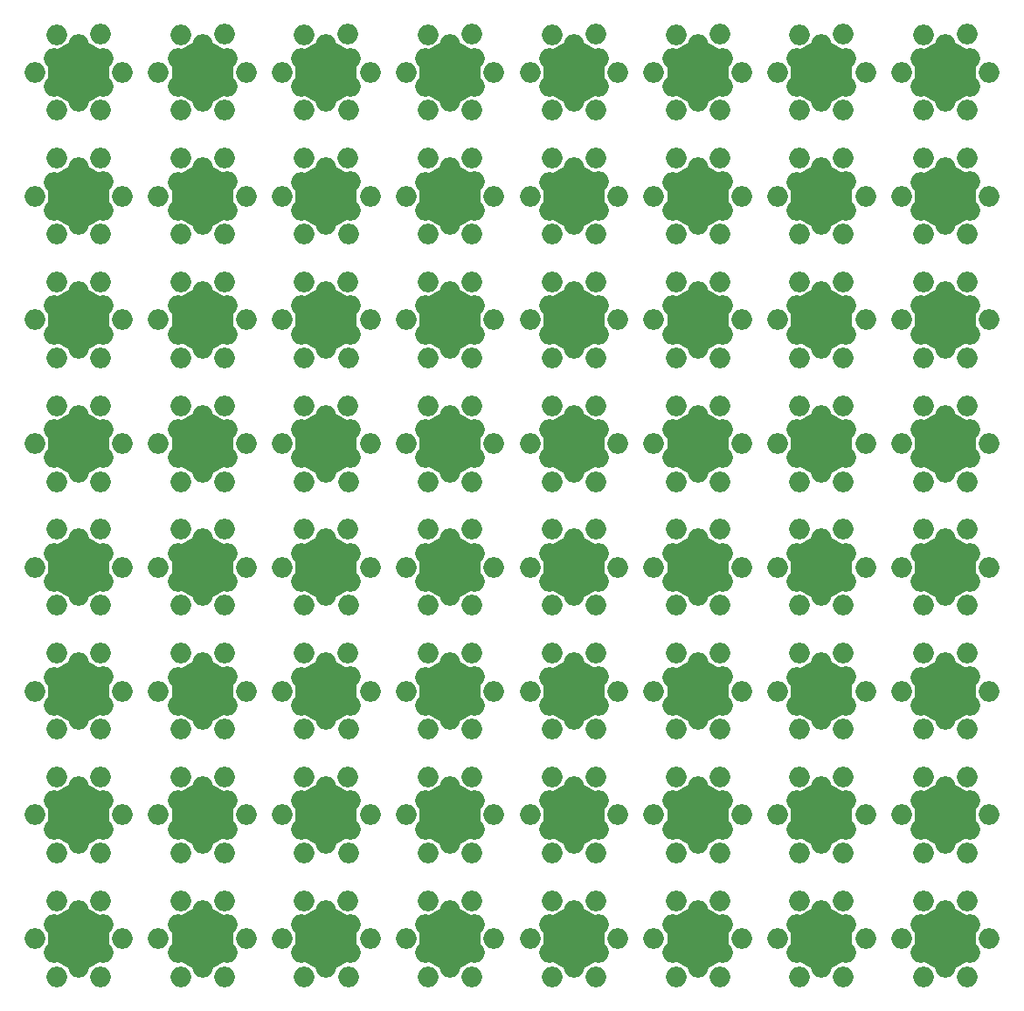
<source format=gbr>
%TF.GenerationSoftware,KiCad,Pcbnew,6.0.4-6f826c9f35~116~ubuntu18.04.1*%
%TF.CreationDate,2022-07-20T17:56:46+03:00*%
%TF.ProjectId,free_dry_electrodes_6i_6o_p8x8s1.0mm,66726565-5f64-4727-995f-656c65637472,rev?*%
%TF.SameCoordinates,Original*%
%TF.FileFunction,Soldermask,Top*%
%TF.FilePolarity,Negative*%
%FSLAX46Y46*%
G04 Gerber Fmt 4.6, Leading zero omitted, Abs format (unit mm)*
G04 Created by KiCad (PCBNEW 6.0.4-6f826c9f35~116~ubuntu18.04.1) date 2022-07-20 17:56:46*
%MOMM*%
%LPD*%
G01*
G04 APERTURE LIST*
%ADD10O,2.000000X2.000000*%
%ADD11C,6.000000*%
G04 APERTURE END LIST*
D10*
%TO.C,J23*%
X106628318Y-60179580D03*
%TD*%
%TO.C,J23*%
X70628318Y-36179580D03*
%TD*%
%TO.C,J23*%
X46628318Y-24179580D03*
%TD*%
%TO.C,J24*%
X102378318Y-72179580D03*
%TD*%
D11*
%TO.C,J0*%
X92498318Y-32499580D03*
%TD*%
D10*
%TO.C,J24*%
X30378318Y-48179580D03*
%TD*%
D11*
%TO.C,J0*%
X104498318Y-44499580D03*
%TD*%
D10*
%TO.C,J21*%
X94608318Y-28809580D03*
%TD*%
%TO.C,J15*%
X42118318Y-45869580D03*
%TD*%
%TO.C,J16*%
X18118318Y-103129580D03*
%TD*%
%TO.C,J15*%
X42118318Y-93869580D03*
%TD*%
%TO.C,J26*%
X30378318Y-100819580D03*
%TD*%
%TO.C,J22*%
X96748318Y-80499580D03*
%TD*%
%TO.C,J11*%
X32498318Y-101749580D03*
%TD*%
%TO.C,J22*%
X108748318Y-68499580D03*
%TD*%
%TO.C,J12*%
X106878318Y-79119580D03*
%TD*%
%TO.C,J22*%
X84748318Y-32499580D03*
%TD*%
%TO.C,J25*%
X16248318Y-20499580D03*
%TD*%
D11*
%TO.C,J0*%
X104498318Y-56499580D03*
%TD*%
D10*
%TO.C,J11*%
X80498318Y-17749580D03*
%TD*%
%TO.C,J21*%
X70608318Y-88809580D03*
%TD*%
%TO.C,J14*%
X56498318Y-59249580D03*
%TD*%
%TO.C,J11*%
X80498318Y-89749580D03*
%TD*%
%TO.C,J16*%
X102118318Y-67129580D03*
%TD*%
%TO.C,J22*%
X24748318Y-32499580D03*
%TD*%
D11*
%TO.C,J0*%
X92498318Y-80499580D03*
%TD*%
D10*
%TO.C,J13*%
X94878318Y-57869580D03*
%TD*%
%TO.C,J23*%
X58628318Y-60179580D03*
%TD*%
%TO.C,J21*%
X58608318Y-28809580D03*
%TD*%
%TO.C,J23*%
X94628318Y-72179580D03*
%TD*%
%TO.C,J21*%
X106608318Y-16809580D03*
%TD*%
%TO.C,J13*%
X58878318Y-69869580D03*
%TD*%
%TO.C,J22*%
X36748318Y-56499580D03*
%TD*%
%TO.C,J23*%
X94628318Y-36179580D03*
%TD*%
%TO.C,J22*%
X108748318Y-44499580D03*
%TD*%
%TO.C,J22*%
X48748318Y-56499580D03*
%TD*%
D11*
%TO.C,J0*%
X32498318Y-44499580D03*
%TD*%
D10*
%TO.C,J24*%
X18378318Y-96179580D03*
%TD*%
%TO.C,J21*%
X34608318Y-100809580D03*
%TD*%
%TO.C,J14*%
X44498318Y-95249580D03*
%TD*%
%TO.C,J15*%
X18118318Y-105869580D03*
%TD*%
%TO.C,J25*%
X88248318Y-104499580D03*
%TD*%
%TO.C,J21*%
X22608318Y-28809580D03*
%TD*%
%TO.C,J11*%
X44498318Y-53749580D03*
%TD*%
%TO.C,J22*%
X108748318Y-104499580D03*
%TD*%
%TO.C,J16*%
X42118318Y-79129580D03*
%TD*%
D11*
%TO.C,J0*%
X92498318Y-92499580D03*
%TD*%
D10*
%TO.C,J11*%
X32498318Y-29749580D03*
%TD*%
%TO.C,J11*%
X92498318Y-101749580D03*
%TD*%
%TO.C,J12*%
X94878318Y-67119580D03*
%TD*%
%TO.C,J25*%
X52248318Y-92499580D03*
%TD*%
%TO.C,J15*%
X90118318Y-105869580D03*
%TD*%
%TO.C,J26*%
X66378318Y-16819580D03*
%TD*%
%TO.C,J23*%
X94628318Y-60179580D03*
%TD*%
%TO.C,J14*%
X44498318Y-35249580D03*
%TD*%
%TO.C,J15*%
X42118318Y-105869580D03*
%TD*%
%TO.C,J23*%
X106628318Y-48179580D03*
%TD*%
%TO.C,J16*%
X90118318Y-91129580D03*
%TD*%
%TO.C,J14*%
X32498318Y-35249580D03*
%TD*%
%TO.C,J14*%
X44498318Y-23249580D03*
%TD*%
%TO.C,J22*%
X96748318Y-56499580D03*
%TD*%
%TO.C,J25*%
X16248318Y-92499580D03*
%TD*%
%TO.C,J16*%
X66118318Y-31129580D03*
%TD*%
%TO.C,J22*%
X108748318Y-32499580D03*
%TD*%
%TO.C,J24*%
X66378318Y-108179580D03*
%TD*%
%TO.C,J26*%
X90378318Y-64819580D03*
%TD*%
%TO.C,J26*%
X78378318Y-88819580D03*
%TD*%
%TO.C,J21*%
X46608318Y-28809580D03*
%TD*%
%TO.C,J14*%
X104498318Y-83249580D03*
%TD*%
%TO.C,J22*%
X84748318Y-44499580D03*
%TD*%
%TO.C,J16*%
X66118318Y-55129580D03*
%TD*%
%TO.C,J21*%
X106608318Y-88809580D03*
%TD*%
%TO.C,J14*%
X68498318Y-107249580D03*
%TD*%
%TO.C,J16*%
X102118318Y-43129580D03*
%TD*%
%TO.C,J26*%
X66378318Y-40819580D03*
%TD*%
%TO.C,J26*%
X42378318Y-16819580D03*
%TD*%
%TO.C,J13*%
X106878318Y-93869580D03*
%TD*%
%TO.C,J23*%
X82628318Y-60179580D03*
%TD*%
%TO.C,J22*%
X60748318Y-68499580D03*
%TD*%
%TO.C,J23*%
X22628318Y-48179580D03*
%TD*%
%TO.C,J23*%
X58628318Y-48179580D03*
%TD*%
%TO.C,J21*%
X70608318Y-16809580D03*
%TD*%
%TO.C,J23*%
X94628318Y-96179580D03*
%TD*%
%TO.C,J13*%
X34878318Y-69869580D03*
%TD*%
%TO.C,J11*%
X20498318Y-65749580D03*
%TD*%
%TO.C,J13*%
X22878318Y-69869580D03*
%TD*%
%TO.C,J11*%
X56498318Y-89749580D03*
%TD*%
%TO.C,J23*%
X70628318Y-48179580D03*
%TD*%
%TO.C,J13*%
X82878318Y-21869580D03*
%TD*%
%TO.C,J25*%
X76248318Y-32499580D03*
%TD*%
%TO.C,J15*%
X54118318Y-105869580D03*
%TD*%
%TO.C,J15*%
X90118318Y-33869580D03*
%TD*%
%TO.C,J16*%
X54118318Y-19129580D03*
%TD*%
%TO.C,J25*%
X40248318Y-20499580D03*
%TD*%
%TO.C,J12*%
X46878318Y-43119580D03*
%TD*%
%TO.C,J21*%
X34608318Y-28809580D03*
%TD*%
%TO.C,J22*%
X48748318Y-80499580D03*
%TD*%
%TO.C,J26*%
X30378318Y-16819580D03*
%TD*%
D11*
%TO.C,J0*%
X32498318Y-68499580D03*
%TD*%
D10*
%TO.C,J14*%
X20498318Y-59249580D03*
%TD*%
%TO.C,J25*%
X16248318Y-56499580D03*
%TD*%
%TO.C,J11*%
X32498318Y-65749580D03*
%TD*%
D11*
%TO.C,J0*%
X80498318Y-92499580D03*
%TD*%
%TO.C,J0*%
X44498318Y-32499580D03*
%TD*%
D10*
%TO.C,J15*%
X78118318Y-45869580D03*
%TD*%
%TO.C,J24*%
X54378318Y-24179580D03*
%TD*%
%TO.C,J22*%
X84748318Y-104499580D03*
%TD*%
%TO.C,J26*%
X78378318Y-16819580D03*
%TD*%
%TO.C,J22*%
X108748318Y-80499580D03*
%TD*%
%TO.C,J12*%
X94878318Y-55119580D03*
%TD*%
%TO.C,J16*%
X42118318Y-67129580D03*
%TD*%
%TO.C,J24*%
X78378318Y-96179580D03*
%TD*%
%TO.C,J21*%
X46608318Y-76809580D03*
%TD*%
%TO.C,J13*%
X34878318Y-45869580D03*
%TD*%
%TO.C,J21*%
X94608318Y-88809580D03*
%TD*%
%TO.C,J13*%
X94878318Y-105869580D03*
%TD*%
%TO.C,J15*%
X42118318Y-21869580D03*
%TD*%
%TO.C,J12*%
X94878318Y-43119580D03*
%TD*%
%TO.C,J14*%
X68498318Y-23249580D03*
%TD*%
%TO.C,J24*%
X30378318Y-72179580D03*
%TD*%
%TO.C,J15*%
X54118318Y-57869580D03*
%TD*%
%TO.C,J12*%
X82878318Y-91119580D03*
%TD*%
%TO.C,J25*%
X40248318Y-104499580D03*
%TD*%
%TO.C,J23*%
X46628318Y-96179580D03*
%TD*%
%TO.C,J24*%
X30378318Y-60179580D03*
%TD*%
%TO.C,J12*%
X106878318Y-31119580D03*
%TD*%
%TO.C,J26*%
X78378318Y-28819580D03*
%TD*%
%TO.C,J24*%
X90378318Y-48179580D03*
%TD*%
%TO.C,J21*%
X70608318Y-52809580D03*
%TD*%
%TO.C,J21*%
X106608318Y-28809580D03*
%TD*%
%TO.C,J25*%
X64248318Y-20499580D03*
%TD*%
%TO.C,J25*%
X88248318Y-32499580D03*
%TD*%
%TO.C,J23*%
X34628318Y-84179580D03*
%TD*%
%TO.C,J15*%
X30118318Y-93869580D03*
%TD*%
%TO.C,J21*%
X46608318Y-64809580D03*
%TD*%
%TO.C,J11*%
X32498318Y-41749580D03*
%TD*%
%TO.C,J16*%
X66118318Y-67129580D03*
%TD*%
%TO.C,J23*%
X22628318Y-36179580D03*
%TD*%
%TO.C,J25*%
X28248318Y-32499580D03*
%TD*%
D11*
%TO.C,J0*%
X68498318Y-20499580D03*
%TD*%
D10*
%TO.C,J15*%
X30118318Y-69869580D03*
%TD*%
%TO.C,J16*%
X42118318Y-103129580D03*
%TD*%
%TO.C,J12*%
X94878318Y-19119580D03*
%TD*%
%TO.C,J25*%
X100248318Y-44499580D03*
%TD*%
%TO.C,J23*%
X58628318Y-72179580D03*
%TD*%
%TO.C,J24*%
X18378318Y-72179580D03*
%TD*%
%TO.C,J25*%
X88248318Y-44499580D03*
%TD*%
%TO.C,J14*%
X44498318Y-47249580D03*
%TD*%
D11*
%TO.C,J0*%
X44498318Y-56499580D03*
%TD*%
D10*
%TO.C,J12*%
X94878318Y-79119580D03*
%TD*%
D11*
%TO.C,J0*%
X92498318Y-68499580D03*
%TD*%
D10*
%TO.C,J21*%
X82608318Y-28809580D03*
%TD*%
%TO.C,J13*%
X82878318Y-45869580D03*
%TD*%
%TO.C,J21*%
X94608318Y-76809580D03*
%TD*%
%TO.C,J15*%
X66118318Y-105869580D03*
%TD*%
%TO.C,J16*%
X78118318Y-67129580D03*
%TD*%
%TO.C,J23*%
X58628318Y-84179580D03*
%TD*%
%TO.C,J14*%
X32498318Y-59249580D03*
%TD*%
%TO.C,J14*%
X44498318Y-59249580D03*
%TD*%
%TO.C,J21*%
X106608318Y-100809580D03*
%TD*%
D11*
%TO.C,J0*%
X80498318Y-20499580D03*
%TD*%
D10*
%TO.C,J23*%
X106628318Y-108179580D03*
%TD*%
%TO.C,J24*%
X102378318Y-48179580D03*
%TD*%
%TO.C,J16*%
X54118318Y-31129580D03*
%TD*%
%TO.C,J15*%
X78118318Y-21869580D03*
%TD*%
%TO.C,J13*%
X70878318Y-93869580D03*
%TD*%
%TO.C,J23*%
X34628318Y-60179580D03*
%TD*%
%TO.C,J22*%
X96748318Y-44499580D03*
%TD*%
%TO.C,J13*%
X46878318Y-81869580D03*
%TD*%
%TO.C,J16*%
X78118318Y-91129580D03*
%TD*%
%TO.C,J13*%
X34878318Y-33869580D03*
%TD*%
%TO.C,J12*%
X46878318Y-31119580D03*
%TD*%
%TO.C,J14*%
X80498318Y-83249580D03*
%TD*%
%TO.C,J15*%
X18118318Y-45869580D03*
%TD*%
%TO.C,J15*%
X90118318Y-57869580D03*
%TD*%
%TO.C,J26*%
X54378318Y-28819580D03*
%TD*%
%TO.C,J11*%
X104498318Y-65749580D03*
%TD*%
%TO.C,J16*%
X42118318Y-91129580D03*
%TD*%
%TO.C,J15*%
X18118318Y-57869580D03*
%TD*%
%TO.C,J25*%
X52248318Y-20499580D03*
%TD*%
D11*
%TO.C,J0*%
X80498318Y-56499580D03*
%TD*%
D10*
%TO.C,J25*%
X16248318Y-68499580D03*
%TD*%
%TO.C,J16*%
X30118318Y-79129580D03*
%TD*%
%TO.C,J26*%
X42378318Y-28819580D03*
%TD*%
%TO.C,J26*%
X102378318Y-88819580D03*
%TD*%
%TO.C,J26*%
X102378318Y-100819580D03*
%TD*%
%TO.C,J21*%
X70608318Y-28809580D03*
%TD*%
%TO.C,J25*%
X28248318Y-80499580D03*
%TD*%
%TO.C,J11*%
X44498318Y-77749580D03*
%TD*%
%TO.C,J23*%
X46628318Y-108179580D03*
%TD*%
%TO.C,J24*%
X18378318Y-108179580D03*
%TD*%
%TO.C,J13*%
X46878318Y-21869580D03*
%TD*%
%TO.C,J12*%
X70878318Y-91119580D03*
%TD*%
%TO.C,J11*%
X20498318Y-77749580D03*
%TD*%
%TO.C,J14*%
X68498318Y-59249580D03*
%TD*%
%TO.C,J13*%
X94878318Y-45869580D03*
%TD*%
%TO.C,J16*%
X54118318Y-79129580D03*
%TD*%
%TO.C,J25*%
X88248318Y-92499580D03*
%TD*%
D11*
%TO.C,J0*%
X20498318Y-92499580D03*
%TD*%
D10*
%TO.C,J21*%
X106608318Y-64809580D03*
%TD*%
%TO.C,J15*%
X18118318Y-33869580D03*
%TD*%
%TO.C,J14*%
X20498318Y-71249580D03*
%TD*%
D11*
%TO.C,J0*%
X44498318Y-80499580D03*
%TD*%
D10*
%TO.C,J21*%
X58608318Y-100809580D03*
%TD*%
%TO.C,J13*%
X94878318Y-21869580D03*
%TD*%
%TO.C,J24*%
X78378318Y-24179580D03*
%TD*%
%TO.C,J26*%
X90378318Y-100819580D03*
%TD*%
%TO.C,J26*%
X42378318Y-100819580D03*
%TD*%
%TO.C,J24*%
X102378318Y-96179580D03*
%TD*%
%TO.C,J13*%
X22878318Y-57869580D03*
%TD*%
%TO.C,J12*%
X34878318Y-67119580D03*
%TD*%
%TO.C,J16*%
X78118318Y-19129580D03*
%TD*%
%TO.C,J24*%
X90378318Y-108179580D03*
%TD*%
%TO.C,J26*%
X102378318Y-40819580D03*
%TD*%
%TO.C,J16*%
X18118318Y-43129580D03*
%TD*%
%TO.C,J22*%
X60748318Y-92499580D03*
%TD*%
%TO.C,J16*%
X18118318Y-79129580D03*
%TD*%
%TO.C,J12*%
X46878318Y-103119580D03*
%TD*%
%TO.C,J11*%
X92498318Y-29749580D03*
%TD*%
%TO.C,J25*%
X52248318Y-68499580D03*
%TD*%
%TO.C,J12*%
X106878318Y-55119580D03*
%TD*%
%TO.C,J23*%
X46628318Y-60179580D03*
%TD*%
%TO.C,J16*%
X90118318Y-67129580D03*
%TD*%
%TO.C,J21*%
X22608318Y-64809580D03*
%TD*%
%TO.C,J12*%
X22878318Y-79119580D03*
%TD*%
D11*
%TO.C,J0*%
X56498318Y-32499580D03*
%TD*%
D10*
%TO.C,J16*%
X54118318Y-43129580D03*
%TD*%
%TO.C,J13*%
X58878318Y-81869580D03*
%TD*%
%TO.C,J24*%
X42378318Y-36179580D03*
%TD*%
%TO.C,J22*%
X36748318Y-20499580D03*
%TD*%
%TO.C,J16*%
X66118318Y-43129580D03*
%TD*%
%TO.C,J12*%
X70878318Y-31119580D03*
%TD*%
%TO.C,J12*%
X82878318Y-103119580D03*
%TD*%
%TO.C,J22*%
X48748318Y-44499580D03*
%TD*%
%TO.C,J21*%
X46608318Y-88809580D03*
%TD*%
%TO.C,J13*%
X58878318Y-57869580D03*
%TD*%
%TO.C,J26*%
X42378318Y-64819580D03*
%TD*%
%TO.C,J16*%
X54118318Y-103129580D03*
%TD*%
%TO.C,J21*%
X82608318Y-100809580D03*
%TD*%
%TO.C,J22*%
X96748318Y-104499580D03*
%TD*%
%TO.C,J12*%
X22878318Y-31119580D03*
%TD*%
%TO.C,J12*%
X58878318Y-43119580D03*
%TD*%
%TO.C,J13*%
X70878318Y-69869580D03*
%TD*%
%TO.C,J15*%
X66118318Y-81869580D03*
%TD*%
%TO.C,J26*%
X78378318Y-100819580D03*
%TD*%
%TO.C,J25*%
X28248318Y-92499580D03*
%TD*%
%TO.C,J13*%
X106878318Y-21869580D03*
%TD*%
%TO.C,J14*%
X32498318Y-95249580D03*
%TD*%
%TO.C,J26*%
X18378318Y-64819580D03*
%TD*%
D11*
%TO.C,J0*%
X68498318Y-104499580D03*
%TD*%
D10*
%TO.C,J26*%
X90378318Y-76819580D03*
%TD*%
%TO.C,J14*%
X20498318Y-35249580D03*
%TD*%
%TO.C,J23*%
X46628318Y-72179580D03*
%TD*%
%TO.C,J14*%
X20498318Y-47249580D03*
%TD*%
%TO.C,J22*%
X84748318Y-56499580D03*
%TD*%
%TO.C,J16*%
X102118318Y-19129580D03*
%TD*%
%TO.C,J25*%
X100248318Y-56499580D03*
%TD*%
%TO.C,J16*%
X66118318Y-103129580D03*
%TD*%
%TO.C,J15*%
X78118318Y-33869580D03*
%TD*%
%TO.C,J21*%
X58608318Y-88809580D03*
%TD*%
%TO.C,J26*%
X90378318Y-40819580D03*
%TD*%
%TO.C,J14*%
X80498318Y-107249580D03*
%TD*%
%TO.C,J13*%
X82878318Y-69869580D03*
%TD*%
%TO.C,J15*%
X66118318Y-57869580D03*
%TD*%
%TO.C,J24*%
X102378318Y-24179580D03*
%TD*%
%TO.C,J22*%
X72748318Y-68499580D03*
%TD*%
%TO.C,J11*%
X92498318Y-77749580D03*
%TD*%
%TO.C,J22*%
X60748318Y-104499580D03*
%TD*%
%TO.C,J12*%
X82878318Y-55119580D03*
%TD*%
%TO.C,J14*%
X104498318Y-95249580D03*
%TD*%
%TO.C,J23*%
X82628318Y-24179580D03*
%TD*%
%TO.C,J13*%
X46878318Y-69869580D03*
%TD*%
%TO.C,J23*%
X34628318Y-36179580D03*
%TD*%
%TO.C,J15*%
X66118318Y-21869580D03*
%TD*%
%TO.C,J26*%
X78378318Y-64819580D03*
%TD*%
%TO.C,J25*%
X64248318Y-56499580D03*
%TD*%
%TO.C,J13*%
X82878318Y-105869580D03*
%TD*%
%TO.C,J24*%
X78378318Y-108179580D03*
%TD*%
%TO.C,J15*%
X30118318Y-21869580D03*
%TD*%
%TO.C,J23*%
X70628318Y-24179580D03*
%TD*%
D11*
%TO.C,J0*%
X92498318Y-104499580D03*
%TD*%
D10*
%TO.C,J21*%
X46608318Y-100809580D03*
%TD*%
%TO.C,J14*%
X80498318Y-95249580D03*
%TD*%
%TO.C,J23*%
X22628318Y-24179580D03*
%TD*%
%TO.C,J23*%
X106628318Y-96179580D03*
%TD*%
%TO.C,J21*%
X22608318Y-16809580D03*
%TD*%
%TO.C,J15*%
X42118318Y-81869580D03*
%TD*%
%TO.C,J24*%
X90378318Y-36179580D03*
%TD*%
%TO.C,J21*%
X70608318Y-64809580D03*
%TD*%
%TO.C,J22*%
X72748318Y-20499580D03*
%TD*%
%TO.C,J24*%
X18378318Y-48179580D03*
%TD*%
%TO.C,J26*%
X90378318Y-28819580D03*
%TD*%
%TO.C,J21*%
X70608318Y-76809580D03*
%TD*%
%TO.C,J26*%
X18378318Y-76819580D03*
%TD*%
%TO.C,J12*%
X58878318Y-103119580D03*
%TD*%
%TO.C,J24*%
X54378318Y-36179580D03*
%TD*%
%TO.C,J25*%
X52248318Y-56499580D03*
%TD*%
%TO.C,J25*%
X76248318Y-80499580D03*
%TD*%
%TO.C,J25*%
X52248318Y-80499580D03*
%TD*%
%TO.C,J15*%
X18118318Y-93869580D03*
%TD*%
%TO.C,J26*%
X30378318Y-88819580D03*
%TD*%
%TO.C,J24*%
X54378318Y-72179580D03*
%TD*%
%TO.C,J16*%
X30118318Y-103129580D03*
%TD*%
%TO.C,J12*%
X22878318Y-19119580D03*
%TD*%
%TO.C,J23*%
X82628318Y-96179580D03*
%TD*%
%TO.C,J12*%
X34878318Y-79119580D03*
%TD*%
%TO.C,J11*%
X68498318Y-41749580D03*
%TD*%
%TO.C,J12*%
X106878318Y-43119580D03*
%TD*%
%TO.C,J25*%
X28248318Y-56499580D03*
%TD*%
%TO.C,J13*%
X22878318Y-93869580D03*
%TD*%
%TO.C,J13*%
X70878318Y-33869580D03*
%TD*%
%TO.C,J22*%
X24748318Y-80499580D03*
%TD*%
%TO.C,J26*%
X78378318Y-40819580D03*
%TD*%
%TO.C,J15*%
X102118318Y-105869580D03*
%TD*%
%TO.C,J14*%
X56498318Y-83249580D03*
%TD*%
%TO.C,J16*%
X30118318Y-43129580D03*
%TD*%
%TO.C,J26*%
X18378318Y-100819580D03*
%TD*%
D11*
%TO.C,J0*%
X68498318Y-32499580D03*
%TD*%
D10*
%TO.C,J11*%
X80498318Y-65749580D03*
%TD*%
%TO.C,J23*%
X70628318Y-96179580D03*
%TD*%
%TO.C,J11*%
X80498318Y-29749580D03*
%TD*%
%TO.C,J26*%
X18378318Y-52819580D03*
%TD*%
%TO.C,J25*%
X40248318Y-92499580D03*
%TD*%
%TO.C,J16*%
X18118318Y-19129580D03*
%TD*%
%TO.C,J16*%
X78118318Y-43129580D03*
%TD*%
%TO.C,J26*%
X54378318Y-40819580D03*
%TD*%
%TO.C,J14*%
X80498318Y-59249580D03*
%TD*%
%TO.C,J14*%
X20498318Y-95249580D03*
%TD*%
%TO.C,J11*%
X104498318Y-53749580D03*
%TD*%
%TO.C,J11*%
X56498318Y-53749580D03*
%TD*%
%TO.C,J13*%
X22878318Y-33869580D03*
%TD*%
%TO.C,J22*%
X36748318Y-104499580D03*
%TD*%
%TO.C,J15*%
X54118318Y-45869580D03*
%TD*%
%TO.C,J21*%
X70608318Y-40809580D03*
%TD*%
%TO.C,J23*%
X106628318Y-36179580D03*
%TD*%
%TO.C,J16*%
X54118318Y-55129580D03*
%TD*%
%TO.C,J22*%
X72748318Y-80499580D03*
%TD*%
%TO.C,J11*%
X68498318Y-53749580D03*
%TD*%
%TO.C,J12*%
X46878318Y-55119580D03*
%TD*%
%TO.C,J16*%
X78118318Y-103129580D03*
%TD*%
%TO.C,J24*%
X54378318Y-108179580D03*
%TD*%
%TO.C,J13*%
X82878318Y-93869580D03*
%TD*%
%TO.C,J15*%
X18118318Y-69869580D03*
%TD*%
%TO.C,J22*%
X48748318Y-104499580D03*
%TD*%
%TO.C,J21*%
X58608318Y-40809580D03*
%TD*%
%TO.C,J24*%
X78378318Y-72179580D03*
%TD*%
%TO.C,J16*%
X66118318Y-19129580D03*
%TD*%
%TO.C,J14*%
X44498318Y-71249580D03*
%TD*%
%TO.C,J24*%
X54378318Y-60179580D03*
%TD*%
%TO.C,J21*%
X82608318Y-64809580D03*
%TD*%
%TO.C,J21*%
X34608318Y-88809580D03*
%TD*%
%TO.C,J14*%
X68498318Y-71249580D03*
%TD*%
%TO.C,J21*%
X82608318Y-76809580D03*
%TD*%
%TO.C,J16*%
X42118318Y-31129580D03*
%TD*%
%TO.C,J12*%
X34878318Y-91119580D03*
%TD*%
%TO.C,J22*%
X72748318Y-32499580D03*
%TD*%
%TO.C,J24*%
X42378318Y-96179580D03*
%TD*%
%TO.C,J14*%
X56498318Y-35249580D03*
%TD*%
%TO.C,J13*%
X46878318Y-105869580D03*
%TD*%
%TO.C,J16*%
X90118318Y-31129580D03*
%TD*%
%TO.C,J13*%
X58878318Y-21869580D03*
%TD*%
%TO.C,J22*%
X36748318Y-68499580D03*
%TD*%
%TO.C,J11*%
X20498318Y-29749580D03*
%TD*%
%TO.C,J25*%
X88248318Y-68499580D03*
%TD*%
%TO.C,J14*%
X68498318Y-47249580D03*
%TD*%
%TO.C,J16*%
X18118318Y-55129580D03*
%TD*%
%TO.C,J15*%
X30118318Y-105869580D03*
%TD*%
%TO.C,J25*%
X52248318Y-32499580D03*
%TD*%
%TO.C,J14*%
X104498318Y-71249580D03*
%TD*%
%TO.C,J26*%
X54378318Y-16819580D03*
%TD*%
%TO.C,J24*%
X18378318Y-84179580D03*
%TD*%
%TO.C,J16*%
X90118318Y-79129580D03*
%TD*%
%TO.C,J25*%
X100248318Y-68499580D03*
%TD*%
%TO.C,J24*%
X90378318Y-72179580D03*
%TD*%
%TO.C,J22*%
X72748318Y-92499580D03*
%TD*%
%TO.C,J24*%
X30378318Y-24179580D03*
%TD*%
%TO.C,J14*%
X92498318Y-71249580D03*
%TD*%
%TO.C,J13*%
X46878318Y-57869580D03*
%TD*%
%TO.C,J25*%
X76248318Y-104499580D03*
%TD*%
%TO.C,J15*%
X102118318Y-69869580D03*
%TD*%
%TO.C,J24*%
X90378318Y-96179580D03*
%TD*%
D11*
%TO.C,J0*%
X20498318Y-56499580D03*
%TD*%
D10*
%TO.C,J11*%
X32498318Y-53749580D03*
%TD*%
%TO.C,J26*%
X30378318Y-28819580D03*
%TD*%
%TO.C,J14*%
X32498318Y-23249580D03*
%TD*%
D11*
%TO.C,J0*%
X20498318Y-80499580D03*
%TD*%
D10*
%TO.C,J22*%
X36748318Y-44499580D03*
%TD*%
D11*
%TO.C,J0*%
X20498318Y-44499580D03*
%TD*%
D10*
%TO.C,J26*%
X18378318Y-16819580D03*
%TD*%
%TO.C,J21*%
X82608318Y-88809580D03*
%TD*%
%TO.C,J12*%
X58878318Y-55119580D03*
%TD*%
%TO.C,J16*%
X90118318Y-19129580D03*
%TD*%
%TO.C,J23*%
X82628318Y-48179580D03*
%TD*%
%TO.C,J16*%
X54118318Y-91129580D03*
%TD*%
%TO.C,J23*%
X34628318Y-24179580D03*
%TD*%
%TO.C,J24*%
X30378318Y-84179580D03*
%TD*%
%TO.C,J12*%
X34878318Y-19119580D03*
%TD*%
%TO.C,J23*%
X22628318Y-60179580D03*
%TD*%
%TO.C,J11*%
X68498318Y-89749580D03*
%TD*%
%TO.C,J13*%
X58878318Y-45869580D03*
%TD*%
%TO.C,J24*%
X66378318Y-24179580D03*
%TD*%
%TO.C,J26*%
X66378318Y-76819580D03*
%TD*%
%TO.C,J25*%
X52248318Y-44499580D03*
%TD*%
%TO.C,J11*%
X44498318Y-29749580D03*
%TD*%
%TO.C,J21*%
X22608318Y-100809580D03*
%TD*%
%TO.C,J25*%
X40248318Y-80499580D03*
%TD*%
%TO.C,J12*%
X106878318Y-19119580D03*
%TD*%
%TO.C,J11*%
X68498318Y-77749580D03*
%TD*%
%TO.C,J15*%
X102118318Y-57869580D03*
%TD*%
D11*
%TO.C,J0*%
X56498318Y-68499580D03*
%TD*%
D10*
%TO.C,J25*%
X16248318Y-104499580D03*
%TD*%
%TO.C,J21*%
X34608318Y-40809580D03*
%TD*%
%TO.C,J11*%
X56498318Y-29749580D03*
%TD*%
%TO.C,J16*%
X42118318Y-55129580D03*
%TD*%
%TO.C,J16*%
X102118318Y-103129580D03*
%TD*%
%TO.C,J22*%
X24748318Y-68499580D03*
%TD*%
%TO.C,J15*%
X78118318Y-93869580D03*
%TD*%
%TO.C,J23*%
X82628318Y-36179580D03*
%TD*%
%TO.C,J15*%
X30118318Y-81869580D03*
%TD*%
%TO.C,J12*%
X22878318Y-103119580D03*
%TD*%
%TO.C,J25*%
X64248318Y-104499580D03*
%TD*%
%TO.C,J21*%
X82608318Y-16809580D03*
%TD*%
%TO.C,J12*%
X58878318Y-31119580D03*
%TD*%
%TO.C,J22*%
X60748318Y-80499580D03*
%TD*%
D11*
%TO.C,J0*%
X80498318Y-68499580D03*
%TD*%
D10*
%TO.C,J16*%
X54118318Y-67129580D03*
%TD*%
%TO.C,J26*%
X54378318Y-52819580D03*
%TD*%
%TO.C,J23*%
X46628318Y-84179580D03*
%TD*%
%TO.C,J14*%
X44498318Y-83249580D03*
%TD*%
%TO.C,J11*%
X104498318Y-29749580D03*
%TD*%
%TO.C,J26*%
X102378318Y-76819580D03*
%TD*%
%TO.C,J26*%
X54378318Y-100819580D03*
%TD*%
%TO.C,J13*%
X34878318Y-105869580D03*
%TD*%
%TO.C,J12*%
X70878318Y-19119580D03*
%TD*%
%TO.C,J16*%
X102118318Y-91129580D03*
%TD*%
%TO.C,J24*%
X66378318Y-84179580D03*
%TD*%
%TO.C,J13*%
X106878318Y-81869580D03*
%TD*%
%TO.C,J25*%
X100248318Y-104499580D03*
%TD*%
%TO.C,J23*%
X22628318Y-108179580D03*
%TD*%
%TO.C,J25*%
X28248318Y-68499580D03*
%TD*%
%TO.C,J26*%
X30378318Y-64819580D03*
%TD*%
%TO.C,J14*%
X20498318Y-107249580D03*
%TD*%
%TO.C,J22*%
X60748318Y-32499580D03*
%TD*%
%TO.C,J11*%
X56498318Y-65749580D03*
%TD*%
%TO.C,J14*%
X104498318Y-35249580D03*
%TD*%
%TO.C,J22*%
X96748318Y-32499580D03*
%TD*%
%TO.C,J24*%
X42378318Y-60179580D03*
%TD*%
%TO.C,J24*%
X18378318Y-24179580D03*
%TD*%
%TO.C,J21*%
X34608318Y-76809580D03*
%TD*%
%TO.C,J13*%
X94878318Y-69869580D03*
%TD*%
%TO.C,J15*%
X90118318Y-81869580D03*
%TD*%
%TO.C,J21*%
X58608318Y-76809580D03*
%TD*%
%TO.C,J22*%
X60748318Y-44499580D03*
%TD*%
%TO.C,J24*%
X54378318Y-84179580D03*
%TD*%
%TO.C,J14*%
X56498318Y-95249580D03*
%TD*%
%TO.C,J25*%
X28248318Y-104499580D03*
%TD*%
%TO.C,J23*%
X94628318Y-24179580D03*
%TD*%
%TO.C,J22*%
X72748318Y-44499580D03*
%TD*%
%TO.C,J12*%
X70878318Y-79119580D03*
%TD*%
%TO.C,J16*%
X102118318Y-55129580D03*
%TD*%
%TO.C,J24*%
X54378318Y-48179580D03*
%TD*%
%TO.C,J23*%
X22628318Y-72179580D03*
%TD*%
D11*
%TO.C,J0*%
X68498318Y-92499580D03*
%TD*%
D10*
%TO.C,J14*%
X92498318Y-107249580D03*
%TD*%
%TO.C,J26*%
X78378318Y-76819580D03*
%TD*%
%TO.C,J15*%
X102118318Y-81869580D03*
%TD*%
%TO.C,J12*%
X46878318Y-67119580D03*
%TD*%
%TO.C,J15*%
X102118318Y-45869580D03*
%TD*%
%TO.C,J14*%
X92498318Y-95249580D03*
%TD*%
%TO.C,J23*%
X106628318Y-24179580D03*
%TD*%
%TO.C,J11*%
X20498318Y-17749580D03*
%TD*%
%TO.C,J24*%
X42378318Y-24179580D03*
%TD*%
%TO.C,J22*%
X108748318Y-56499580D03*
%TD*%
%TO.C,J14*%
X68498318Y-35249580D03*
%TD*%
%TO.C,J12*%
X46878318Y-19119580D03*
%TD*%
%TO.C,J21*%
X22608318Y-52809580D03*
%TD*%
%TO.C,J16*%
X30118318Y-91129580D03*
%TD*%
%TO.C,J21*%
X106608318Y-52809580D03*
%TD*%
%TO.C,J15*%
X66118318Y-69869580D03*
%TD*%
%TO.C,J22*%
X24748318Y-44499580D03*
%TD*%
%TO.C,J16*%
X66118318Y-91129580D03*
%TD*%
%TO.C,J11*%
X56498318Y-17749580D03*
%TD*%
%TO.C,J13*%
X58878318Y-105869580D03*
%TD*%
%TO.C,J13*%
X34878318Y-93869580D03*
%TD*%
%TO.C,J15*%
X42118318Y-33869580D03*
%TD*%
%TO.C,J25*%
X40248318Y-44499580D03*
%TD*%
%TO.C,J15*%
X54118318Y-21869580D03*
%TD*%
%TO.C,J13*%
X46878318Y-45869580D03*
%TD*%
%TO.C,J25*%
X64248318Y-32499580D03*
%TD*%
%TO.C,J26*%
X42378318Y-88819580D03*
%TD*%
%TO.C,J16*%
X30118318Y-55129580D03*
%TD*%
%TO.C,J11*%
X44498318Y-41749580D03*
%TD*%
%TO.C,J14*%
X92498318Y-83249580D03*
%TD*%
%TO.C,J15*%
X30118318Y-45869580D03*
%TD*%
%TO.C,J13*%
X22878318Y-81869580D03*
%TD*%
%TO.C,J12*%
X82878318Y-79119580D03*
%TD*%
%TO.C,J12*%
X70878318Y-67119580D03*
%TD*%
D11*
%TO.C,J0*%
X56498318Y-104499580D03*
%TD*%
D10*
%TO.C,J15*%
X78118318Y-105869580D03*
%TD*%
%TO.C,J25*%
X64248318Y-44499580D03*
%TD*%
%TO.C,J15*%
X102118318Y-21869580D03*
%TD*%
%TO.C,J14*%
X104498318Y-47249580D03*
%TD*%
%TO.C,J13*%
X22878318Y-45869580D03*
%TD*%
%TO.C,J15*%
X66118318Y-45869580D03*
%TD*%
%TO.C,J13*%
X94878318Y-93869580D03*
%TD*%
%TO.C,J25*%
X52248318Y-104499580D03*
%TD*%
%TO.C,J23*%
X22628318Y-96179580D03*
%TD*%
%TO.C,J15*%
X102118318Y-93869580D03*
%TD*%
%TO.C,J14*%
X56498318Y-71249580D03*
%TD*%
D11*
%TO.C,J0*%
X92498318Y-44499580D03*
%TD*%
%TO.C,J0*%
X68498318Y-80499580D03*
%TD*%
D10*
%TO.C,J23*%
X46628318Y-36179580D03*
%TD*%
%TO.C,J25*%
X40248318Y-32499580D03*
%TD*%
%TO.C,J13*%
X34878318Y-57869580D03*
%TD*%
%TO.C,J26*%
X90378318Y-52819580D03*
%TD*%
%TO.C,J23*%
X106628318Y-84179580D03*
%TD*%
%TO.C,J21*%
X34608318Y-16809580D03*
%TD*%
%TO.C,J22*%
X84748318Y-80499580D03*
%TD*%
D11*
%TO.C,J0*%
X20498318Y-104499580D03*
%TD*%
D10*
%TO.C,J21*%
X82608318Y-40809580D03*
%TD*%
%TO.C,J16*%
X30118318Y-19129580D03*
%TD*%
%TO.C,J11*%
X56498318Y-101749580D03*
%TD*%
%TO.C,J14*%
X92498318Y-35249580D03*
%TD*%
%TO.C,J22*%
X84748318Y-68499580D03*
%TD*%
%TO.C,J14*%
X56498318Y-107249580D03*
%TD*%
%TO.C,J23*%
X58628318Y-108179580D03*
%TD*%
D11*
%TO.C,J0*%
X44498318Y-92499580D03*
%TD*%
D10*
%TO.C,J16*%
X78118318Y-55129580D03*
%TD*%
%TO.C,J22*%
X36748318Y-80499580D03*
%TD*%
%TO.C,J23*%
X58628318Y-24179580D03*
%TD*%
D11*
%TO.C,J0*%
X20498318Y-20499580D03*
%TD*%
D10*
%TO.C,J25*%
X64248318Y-80499580D03*
%TD*%
%TO.C,J24*%
X18378318Y-60179580D03*
%TD*%
%TO.C,J13*%
X70878318Y-21869580D03*
%TD*%
D11*
%TO.C,J0*%
X32498318Y-56499580D03*
%TD*%
D10*
%TO.C,J14*%
X80498318Y-23249580D03*
%TD*%
%TO.C,J21*%
X82608318Y-52809580D03*
%TD*%
%TO.C,J12*%
X94878318Y-103119580D03*
%TD*%
%TO.C,J26*%
X66378318Y-28819580D03*
%TD*%
%TO.C,J22*%
X96748318Y-68499580D03*
%TD*%
%TO.C,J13*%
X22878318Y-21869580D03*
%TD*%
%TO.C,J25*%
X88248318Y-20499580D03*
%TD*%
%TO.C,J24*%
X78378318Y-36179580D03*
%TD*%
%TO.C,J23*%
X70628318Y-72179580D03*
%TD*%
D11*
%TO.C,J0*%
X80498318Y-32499580D03*
%TD*%
%TO.C,J0*%
X44498318Y-20499580D03*
%TD*%
D10*
%TO.C,J13*%
X94878318Y-33869580D03*
%TD*%
%TO.C,J26*%
X66378318Y-88819580D03*
%TD*%
%TO.C,J13*%
X34878318Y-81869580D03*
%TD*%
%TO.C,J25*%
X28248318Y-44499580D03*
%TD*%
%TO.C,J11*%
X44498318Y-65749580D03*
%TD*%
%TO.C,J13*%
X82878318Y-57869580D03*
%TD*%
%TO.C,J26*%
X66378318Y-100819580D03*
%TD*%
%TO.C,J23*%
X106628318Y-72179580D03*
%TD*%
%TO.C,J12*%
X34878318Y-103119580D03*
%TD*%
%TO.C,J16*%
X18118318Y-31129580D03*
%TD*%
%TO.C,J25*%
X76248318Y-92499580D03*
%TD*%
%TO.C,J11*%
X56498318Y-41749580D03*
%TD*%
%TO.C,J15*%
X30118318Y-57869580D03*
%TD*%
%TO.C,J14*%
X80498318Y-47249580D03*
%TD*%
%TO.C,J11*%
X20498318Y-41749580D03*
%TD*%
%TO.C,J22*%
X48748318Y-32499580D03*
%TD*%
%TO.C,J15*%
X54118318Y-33869580D03*
%TD*%
D11*
%TO.C,J0*%
X104498318Y-32499580D03*
%TD*%
D10*
%TO.C,J12*%
X82878318Y-43119580D03*
%TD*%
%TO.C,J22*%
X108748318Y-20499580D03*
%TD*%
%TO.C,J12*%
X58878318Y-79119580D03*
%TD*%
%TO.C,J11*%
X68498318Y-65749580D03*
%TD*%
%TO.C,J21*%
X94608318Y-40809580D03*
%TD*%
%TO.C,J11*%
X92498318Y-89749580D03*
%TD*%
%TO.C,J12*%
X106878318Y-103119580D03*
%TD*%
%TO.C,J25*%
X88248318Y-80499580D03*
%TD*%
%TO.C,J14*%
X32498318Y-83249580D03*
%TD*%
%TO.C,J23*%
X94628318Y-84179580D03*
%TD*%
D11*
%TO.C,J0*%
X80498318Y-80499580D03*
%TD*%
D10*
%TO.C,J12*%
X70878318Y-55119580D03*
%TD*%
%TO.C,J12*%
X34878318Y-31119580D03*
%TD*%
%TO.C,J11*%
X80498318Y-77749580D03*
%TD*%
%TO.C,J26*%
X102378318Y-64819580D03*
%TD*%
%TO.C,J26*%
X54378318Y-88819580D03*
%TD*%
%TO.C,J11*%
X68498318Y-101749580D03*
%TD*%
%TO.C,J14*%
X56498318Y-47249580D03*
%TD*%
%TO.C,J24*%
X90378318Y-24179580D03*
%TD*%
%TO.C,J22*%
X36748318Y-92499580D03*
%TD*%
%TO.C,J11*%
X56498318Y-77749580D03*
%TD*%
%TO.C,J12*%
X58878318Y-67119580D03*
%TD*%
%TO.C,J11*%
X44498318Y-89749580D03*
%TD*%
%TO.C,J25*%
X100248318Y-20499580D03*
%TD*%
D11*
%TO.C,J0*%
X68498318Y-56499580D03*
%TD*%
D10*
%TO.C,J14*%
X68498318Y-83249580D03*
%TD*%
%TO.C,J11*%
X32498318Y-17749580D03*
%TD*%
%TO.C,J14*%
X56498318Y-23249580D03*
%TD*%
%TO.C,J21*%
X106608318Y-76809580D03*
%TD*%
%TO.C,J25*%
X64248318Y-92499580D03*
%TD*%
%TO.C,J13*%
X70878318Y-81869580D03*
%TD*%
%TO.C,J24*%
X102378318Y-60179580D03*
%TD*%
%TO.C,J23*%
X34628318Y-72179580D03*
%TD*%
%TO.C,J13*%
X46878318Y-93869580D03*
%TD*%
%TO.C,J11*%
X80498318Y-101749580D03*
%TD*%
%TO.C,J14*%
X68498318Y-95249580D03*
%TD*%
%TO.C,J24*%
X78378318Y-48179580D03*
%TD*%
%TO.C,J23*%
X22628318Y-84179580D03*
%TD*%
%TO.C,J21*%
X94608318Y-100809580D03*
%TD*%
%TO.C,J12*%
X82878318Y-31119580D03*
%TD*%
%TO.C,J12*%
X106878318Y-67119580D03*
%TD*%
%TO.C,J23*%
X94628318Y-48179580D03*
%TD*%
%TO.C,J22*%
X72748318Y-104499580D03*
%TD*%
%TO.C,J25*%
X16248318Y-32499580D03*
%TD*%
%TO.C,J21*%
X46608318Y-16809580D03*
%TD*%
%TO.C,J21*%
X22608318Y-40809580D03*
%TD*%
%TO.C,J11*%
X80498318Y-41749580D03*
%TD*%
%TO.C,J26*%
X54378318Y-76819580D03*
%TD*%
D11*
%TO.C,J0*%
X56498318Y-80499580D03*
%TD*%
D10*
%TO.C,J12*%
X70878318Y-103119580D03*
%TD*%
%TO.C,J23*%
X82628318Y-84179580D03*
%TD*%
%TO.C,J12*%
X22878318Y-91119580D03*
%TD*%
%TO.C,J24*%
X102378318Y-36179580D03*
%TD*%
%TO.C,J21*%
X46608318Y-52809580D03*
%TD*%
%TO.C,J24*%
X42378318Y-72179580D03*
%TD*%
%TO.C,J15*%
X66118318Y-33869580D03*
%TD*%
%TO.C,J22*%
X24748318Y-104499580D03*
%TD*%
%TO.C,J13*%
X106878318Y-105869580D03*
%TD*%
%TO.C,J26*%
X30378318Y-40819580D03*
%TD*%
%TO.C,J22*%
X48748318Y-20499580D03*
%TD*%
%TO.C,J26*%
X66378318Y-52819580D03*
%TD*%
%TO.C,J15*%
X42118318Y-69869580D03*
%TD*%
%TO.C,J11*%
X20498318Y-53749580D03*
%TD*%
%TO.C,J13*%
X94878318Y-81869580D03*
%TD*%
%TO.C,J16*%
X42118318Y-43129580D03*
%TD*%
%TO.C,J24*%
X66378318Y-72179580D03*
%TD*%
%TO.C,J11*%
X104498318Y-77749580D03*
%TD*%
%TO.C,J25*%
X76248318Y-68499580D03*
%TD*%
%TO.C,J24*%
X102378318Y-108179580D03*
%TD*%
D11*
%TO.C,J0*%
X20498318Y-32499580D03*
%TD*%
D10*
%TO.C,J11*%
X44498318Y-101749580D03*
%TD*%
%TO.C,J25*%
X76248318Y-44499580D03*
%TD*%
%TO.C,J23*%
X94628318Y-108179580D03*
%TD*%
%TO.C,J13*%
X70878318Y-45869580D03*
%TD*%
D11*
%TO.C,J0*%
X92498318Y-56499580D03*
%TD*%
D10*
%TO.C,J14*%
X104498318Y-59249580D03*
%TD*%
%TO.C,J15*%
X78118318Y-69869580D03*
%TD*%
%TO.C,J21*%
X58608318Y-16809580D03*
%TD*%
%TO.C,J12*%
X34878318Y-55119580D03*
%TD*%
%TO.C,J24*%
X66378318Y-48179580D03*
%TD*%
%TO.C,J16*%
X66118318Y-79129580D03*
%TD*%
%TO.C,J16*%
X78118318Y-79129580D03*
%TD*%
%TO.C,J25*%
X100248318Y-92499580D03*
%TD*%
D11*
%TO.C,J0*%
X104498318Y-68499580D03*
%TD*%
D10*
%TO.C,J13*%
X58878318Y-33869580D03*
%TD*%
%TO.C,J23*%
X34628318Y-96179580D03*
%TD*%
%TO.C,J22*%
X24748318Y-92499580D03*
%TD*%
%TO.C,J11*%
X32498318Y-77749580D03*
%TD*%
%TO.C,J24*%
X42378318Y-108179580D03*
%TD*%
%TO.C,J24*%
X66378318Y-60179580D03*
%TD*%
%TO.C,J21*%
X106608318Y-40809580D03*
%TD*%
D11*
%TO.C,J0*%
X44498318Y-44499580D03*
%TD*%
D10*
%TO.C,J16*%
X78118318Y-31129580D03*
%TD*%
%TO.C,J14*%
X92498318Y-47249580D03*
%TD*%
%TO.C,J11*%
X80498318Y-53749580D03*
%TD*%
%TO.C,J13*%
X22878318Y-105869580D03*
%TD*%
%TO.C,J13*%
X46878318Y-33869580D03*
%TD*%
D11*
%TO.C,J0*%
X68498318Y-44499580D03*
%TD*%
D10*
%TO.C,J26*%
X30378318Y-52819580D03*
%TD*%
%TO.C,J11*%
X92498318Y-41749580D03*
%TD*%
%TO.C,J12*%
X70878318Y-43119580D03*
%TD*%
%TO.C,J16*%
X90118318Y-43129580D03*
%TD*%
%TO.C,J21*%
X34608318Y-52809580D03*
%TD*%
D11*
%TO.C,J0*%
X56498318Y-20499580D03*
%TD*%
D10*
%TO.C,J11*%
X44498318Y-17749580D03*
%TD*%
%TO.C,J11*%
X104498318Y-101749580D03*
%TD*%
D11*
%TO.C,J0*%
X32498318Y-20499580D03*
%TD*%
D10*
%TO.C,J13*%
X106878318Y-33869580D03*
%TD*%
%TO.C,J22*%
X24748318Y-56499580D03*
%TD*%
%TO.C,J16*%
X90118318Y-55129580D03*
%TD*%
%TO.C,J21*%
X94608318Y-16809580D03*
%TD*%
%TO.C,J16*%
X18118318Y-91129580D03*
%TD*%
%TO.C,J22*%
X96748318Y-20499580D03*
%TD*%
%TO.C,J13*%
X106878318Y-45869580D03*
%TD*%
%TO.C,J23*%
X82628318Y-72179580D03*
%TD*%
%TO.C,J26*%
X102378318Y-28819580D03*
%TD*%
%TO.C,J26*%
X18378318Y-40819580D03*
%TD*%
%TO.C,J23*%
X70628318Y-84179580D03*
%TD*%
%TO.C,J14*%
X32498318Y-107249580D03*
%TD*%
%TO.C,J14*%
X92498318Y-59249580D03*
%TD*%
%TO.C,J21*%
X58608318Y-64809580D03*
%TD*%
%TO.C,J24*%
X102378318Y-84179580D03*
%TD*%
%TO.C,J26*%
X30378318Y-76819580D03*
%TD*%
D11*
%TO.C,J0*%
X32498318Y-80499580D03*
%TD*%
D10*
%TO.C,J15*%
X90118318Y-69869580D03*
%TD*%
%TO.C,J13*%
X82878318Y-33869580D03*
%TD*%
%TO.C,J24*%
X30378318Y-36179580D03*
%TD*%
D11*
%TO.C,J0*%
X104498318Y-104499580D03*
%TD*%
%TO.C,J0*%
X56498318Y-92499580D03*
%TD*%
D10*
%TO.C,J16*%
X102118318Y-31129580D03*
%TD*%
%TO.C,J16*%
X18118318Y-67129580D03*
%TD*%
%TO.C,J23*%
X58628318Y-36179580D03*
%TD*%
%TO.C,J11*%
X32498318Y-89749580D03*
%TD*%
%TO.C,J12*%
X82878318Y-19119580D03*
%TD*%
D11*
%TO.C,J0*%
X104498318Y-80499580D03*
%TD*%
%TO.C,J0*%
X32498318Y-92499580D03*
%TD*%
D10*
%TO.C,J14*%
X80498318Y-35249580D03*
%TD*%
%TO.C,J13*%
X70878318Y-105869580D03*
%TD*%
%TO.C,J24*%
X30378318Y-108179580D03*
%TD*%
%TO.C,J24*%
X42378318Y-48179580D03*
%TD*%
%TO.C,J25*%
X40248318Y-68499580D03*
%TD*%
%TO.C,J22*%
X84748318Y-20499580D03*
%TD*%
%TO.C,J22*%
X72748318Y-56499580D03*
%TD*%
%TO.C,J26*%
X42378318Y-52819580D03*
%TD*%
%TO.C,J12*%
X22878318Y-43119580D03*
%TD*%
%TO.C,J24*%
X54378318Y-96179580D03*
%TD*%
%TO.C,J11*%
X92498318Y-53749580D03*
%TD*%
%TO.C,J24*%
X66378318Y-36179580D03*
%TD*%
%TO.C,J23*%
X58628318Y-96179580D03*
%TD*%
%TO.C,J12*%
X106878318Y-91119580D03*
%TD*%
%TO.C,J16*%
X90118318Y-103129580D03*
%TD*%
%TO.C,J24*%
X66378318Y-96179580D03*
%TD*%
D11*
%TO.C,J0*%
X68498318Y-68499580D03*
%TD*%
D10*
%TO.C,J24*%
X18378318Y-36179580D03*
%TD*%
%TO.C,J26*%
X18378318Y-28819580D03*
%TD*%
%TO.C,J15*%
X18118318Y-81869580D03*
%TD*%
%TO.C,J14*%
X32498318Y-71249580D03*
%TD*%
%TO.C,J11*%
X68498318Y-29749580D03*
%TD*%
%TO.C,J22*%
X60748318Y-56499580D03*
%TD*%
%TO.C,J26*%
X66378318Y-64819580D03*
%TD*%
%TO.C,J25*%
X64248318Y-68499580D03*
%TD*%
%TO.C,J15*%
X54118318Y-69869580D03*
%TD*%
%TO.C,J25*%
X76248318Y-56499580D03*
%TD*%
%TO.C,J21*%
X34608318Y-64809580D03*
%TD*%
%TO.C,J12*%
X94878318Y-91119580D03*
%TD*%
%TO.C,J15*%
X42118318Y-57869580D03*
%TD*%
%TO.C,J22*%
X24748318Y-20499580D03*
%TD*%
%TO.C,J15*%
X18118318Y-21869580D03*
%TD*%
%TO.C,J15*%
X54118318Y-93869580D03*
%TD*%
%TO.C,J25*%
X76248318Y-20499580D03*
%TD*%
%TO.C,J23*%
X34628318Y-108179580D03*
%TD*%
%TO.C,J25*%
X100248318Y-80499580D03*
%TD*%
%TO.C,J16*%
X30118318Y-31129580D03*
%TD*%
D11*
%TO.C,J0*%
X44498318Y-68499580D03*
%TD*%
D10*
%TO.C,J14*%
X44498318Y-107249580D03*
%TD*%
D11*
%TO.C,J0*%
X92498318Y-20499580D03*
%TD*%
%TO.C,J0*%
X80498318Y-104499580D03*
%TD*%
D10*
%TO.C,J13*%
X106878318Y-57869580D03*
%TD*%
%TO.C,J11*%
X104498318Y-89749580D03*
%TD*%
%TO.C,J12*%
X22878318Y-55119580D03*
%TD*%
%TO.C,J23*%
X34628318Y-48179580D03*
%TD*%
%TO.C,J24*%
X90378318Y-84179580D03*
%TD*%
%TO.C,J12*%
X46878318Y-91119580D03*
%TD*%
%TO.C,J15*%
X30118318Y-33869580D03*
%TD*%
%TO.C,J26*%
X78378318Y-52819580D03*
%TD*%
%TO.C,J24*%
X30378318Y-96179580D03*
%TD*%
%TO.C,J12*%
X94878318Y-31119580D03*
%TD*%
D11*
%TO.C,J0*%
X20498318Y-68499580D03*
%TD*%
D10*
%TO.C,J23*%
X70628318Y-60179580D03*
%TD*%
%TO.C,J11*%
X104498318Y-17749580D03*
%TD*%
D11*
%TO.C,J0*%
X56498318Y-56499580D03*
%TD*%
D10*
%TO.C,J21*%
X58608318Y-52809580D03*
%TD*%
%TO.C,J15*%
X90118318Y-45869580D03*
%TD*%
%TO.C,J22*%
X84748318Y-92499580D03*
%TD*%
%TO.C,J13*%
X70878318Y-57869580D03*
%TD*%
%TO.C,J25*%
X16248318Y-80499580D03*
%TD*%
%TO.C,J16*%
X42118318Y-19129580D03*
%TD*%
%TO.C,J12*%
X58878318Y-91119580D03*
%TD*%
%TO.C,J26*%
X18378318Y-88819580D03*
%TD*%
%TO.C,J13*%
X82878318Y-81869580D03*
%TD*%
%TO.C,J26*%
X90378318Y-16819580D03*
%TD*%
D11*
%TO.C,J0*%
X104498318Y-92499580D03*
%TD*%
D10*
%TO.C,J25*%
X16248318Y-44499580D03*
%TD*%
%TO.C,J15*%
X54118318Y-81869580D03*
%TD*%
D11*
%TO.C,J0*%
X44498318Y-104499580D03*
%TD*%
D10*
%TO.C,J25*%
X40248318Y-56499580D03*
%TD*%
%TO.C,J23*%
X46628318Y-48179580D03*
%TD*%
%TO.C,J15*%
X78118318Y-57869580D03*
%TD*%
%TO.C,J14*%
X20498318Y-23249580D03*
%TD*%
%TO.C,J24*%
X42378318Y-84179580D03*
%TD*%
%TO.C,J21*%
X94608318Y-64809580D03*
%TD*%
%TO.C,J22*%
X108748318Y-92499580D03*
%TD*%
%TO.C,J26*%
X42378318Y-40819580D03*
%TD*%
%TO.C,J22*%
X36748318Y-32499580D03*
%TD*%
%TO.C,J12*%
X34878318Y-43119580D03*
%TD*%
%TO.C,J12*%
X82878318Y-67119580D03*
%TD*%
%TO.C,J13*%
X34878318Y-21869580D03*
%TD*%
%TO.C,J22*%
X48748318Y-92499580D03*
%TD*%
%TO.C,J12*%
X46878318Y-79119580D03*
%TD*%
%TO.C,J21*%
X22608318Y-76809580D03*
%TD*%
%TO.C,J21*%
X46608318Y-40809580D03*
%TD*%
D11*
%TO.C,J0*%
X56498318Y-44499580D03*
%TD*%
D10*
%TO.C,J15*%
X78118318Y-81869580D03*
%TD*%
%TO.C,J21*%
X22608318Y-88809580D03*
%TD*%
%TO.C,J12*%
X22878318Y-67119580D03*
%TD*%
%TO.C,J14*%
X104498318Y-107249580D03*
%TD*%
%TO.C,J11*%
X68498318Y-17749580D03*
%TD*%
%TO.C,J26*%
X102378318Y-52819580D03*
%TD*%
D11*
%TO.C,J0*%
X32498318Y-32499580D03*
%TD*%
D10*
%TO.C,J11*%
X20498318Y-89749580D03*
%TD*%
%TO.C,J23*%
X82628318Y-108179580D03*
%TD*%
%TO.C,J11*%
X20498318Y-101749580D03*
%TD*%
%TO.C,J14*%
X80498318Y-71249580D03*
%TD*%
%TO.C,J14*%
X104498318Y-23249580D03*
%TD*%
%TO.C,J15*%
X102118318Y-33869580D03*
%TD*%
%TO.C,J14*%
X20498318Y-83249580D03*
%TD*%
%TO.C,J14*%
X92498318Y-23249580D03*
%TD*%
%TO.C,J15*%
X90118318Y-21869580D03*
%TD*%
%TO.C,J15*%
X90118318Y-93869580D03*
%TD*%
%TO.C,J25*%
X88248318Y-56499580D03*
%TD*%
%TO.C,J25*%
X100248318Y-32499580D03*
%TD*%
%TO.C,J16*%
X102118318Y-79129580D03*
%TD*%
%TO.C,J24*%
X90378318Y-60179580D03*
%TD*%
%TO.C,J14*%
X32498318Y-47249580D03*
%TD*%
D11*
%TO.C,J0*%
X80498318Y-44499580D03*
%TD*%
%TO.C,J0*%
X32498318Y-104499580D03*
%TD*%
D10*
%TO.C,J26*%
X90378318Y-88819580D03*
%TD*%
%TO.C,J12*%
X58878318Y-19119580D03*
%TD*%
D11*
%TO.C,J0*%
X104498318Y-20499580D03*
%TD*%
D10*
%TO.C,J26*%
X42378318Y-76819580D03*
%TD*%
%TO.C,J15*%
X66118318Y-93869580D03*
%TD*%
%TO.C,J22*%
X60748318Y-20499580D03*
%TD*%
%TO.C,J24*%
X78378318Y-84179580D03*
%TD*%
%TO.C,J22*%
X48748318Y-68499580D03*
%TD*%
%TO.C,J11*%
X92498318Y-65749580D03*
%TD*%
%TO.C,J22*%
X96748318Y-92499580D03*
%TD*%
%TO.C,J11*%
X104498318Y-41749580D03*
%TD*%
%TO.C,J24*%
X78378318Y-60179580D03*
%TD*%
%TO.C,J11*%
X92498318Y-17749580D03*
%TD*%
%TO.C,J21*%
X70608318Y-100809580D03*
%TD*%
%TO.C,J26*%
X54378318Y-64819580D03*
%TD*%
%TO.C,J25*%
X28248318Y-20499580D03*
%TD*%
%TO.C,J26*%
X102378318Y-16819580D03*
%TD*%
%TO.C,J16*%
X30118318Y-67129580D03*
%TD*%
%TO.C,J13*%
X58878318Y-93869580D03*
%TD*%
%TO.C,J13*%
X106878318Y-69869580D03*
%TD*%
%TO.C,J23*%
X70628318Y-108179580D03*
%TD*%
%TO.C,J21*%
X94608318Y-52809580D03*
%TD*%
M02*

</source>
